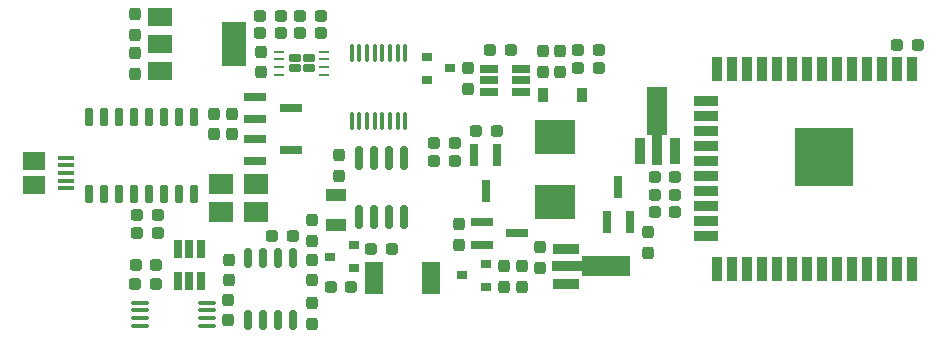
<source format=gbr>
G04 #@! TF.GenerationSoftware,KiCad,Pcbnew,9.0.0*
G04 #@! TF.CreationDate,2025-03-02T20:38:03-08:00*
G04 #@! TF.ProjectId,SuperPower-uC-KiCad,53757065-7250-46f7-9765-722d75432d4b,rev?*
G04 #@! TF.SameCoordinates,Original*
G04 #@! TF.FileFunction,Paste,Top*
G04 #@! TF.FilePolarity,Positive*
%FSLAX46Y46*%
G04 Gerber Fmt 4.6, Leading zero omitted, Abs format (unit mm)*
G04 Created by KiCad (PCBNEW 9.0.0) date 2025-03-02 20:38:03*
%MOMM*%
%LPD*%
G01*
G04 APERTURE LIST*
G04 Aperture macros list*
%AMRoundRect*
0 Rectangle with rounded corners*
0 $1 Rounding radius*
0 $2 $3 $4 $5 $6 $7 $8 $9 X,Y pos of 4 corners*
0 Add a 4 corners polygon primitive as box body*
4,1,4,$2,$3,$4,$5,$6,$7,$8,$9,$2,$3,0*
0 Add four circle primitives for the rounded corners*
1,1,$1+$1,$2,$3*
1,1,$1+$1,$4,$5*
1,1,$1+$1,$6,$7*
1,1,$1+$1,$8,$9*
0 Add four rect primitives between the rounded corners*
20,1,$1+$1,$2,$3,$4,$5,0*
20,1,$1+$1,$4,$5,$6,$7,0*
20,1,$1+$1,$6,$7,$8,$9,0*
20,1,$1+$1,$8,$9,$2,$3,0*%
%AMFreePoly0*
4,1,9,5.362500,-0.866500,1.237500,-0.866500,1.237500,-0.450000,-1.237500,-0.450000,-1.237500,0.450000,1.237500,0.450000,1.237500,0.866500,5.362500,0.866500,5.362500,-0.866500,5.362500,-0.866500,$1*%
G04 Aperture macros list end*
%ADD10R,0.900000X1.200000*%
%ADD11R,1.900000X1.500000*%
%ADD12R,1.350000X0.400000*%
%ADD13R,3.500000X2.950000*%
%ADD14R,1.800000X1.000000*%
%ADD15R,2.100000X1.800000*%
%ADD16R,0.900000X2.000000*%
%ADD17R,2.000000X0.900000*%
%ADD18R,5.000000X5.000000*%
%ADD19FreePoly0,90.000000*%
%ADD20R,0.900000X2.300000*%
%ADD21FreePoly0,0.000000*%
%ADD22R,2.300000X0.900000*%
%ADD23R,1.560000X0.650000*%
%ADD24RoundRect,0.100000X-0.100000X0.637500X-0.100000X-0.637500X0.100000X-0.637500X0.100000X0.637500X0*%
%ADD25R,0.800000X1.900000*%
%ADD26RoundRect,0.150000X0.150000X-0.825000X0.150000X0.825000X-0.150000X0.825000X-0.150000X-0.825000X0*%
%ADD27R,2.000000X1.500000*%
%ADD28R,2.000000X3.800000*%
%ADD29RoundRect,0.150000X0.150000X-0.650000X0.150000X0.650000X-0.150000X0.650000X-0.150000X-0.650000X0*%
%ADD30RoundRect,0.150000X-0.150000X0.675000X-0.150000X-0.675000X0.150000X-0.675000X0.150000X0.675000X0*%
%ADD31RoundRect,0.182500X-0.302500X-0.182500X0.302500X-0.182500X0.302500X0.182500X-0.302500X0.182500X0*%
%ADD32RoundRect,0.062500X-0.387500X-0.062500X0.387500X-0.062500X0.387500X0.062500X-0.387500X0.062500X0*%
%ADD33RoundRect,0.100000X0.637500X0.100000X-0.637500X0.100000X-0.637500X-0.100000X0.637500X-0.100000X0*%
%ADD34R,0.650000X1.560000*%
%ADD35RoundRect,0.237500X-0.287500X-0.237500X0.287500X-0.237500X0.287500X0.237500X-0.287500X0.237500X0*%
%ADD36RoundRect,0.237500X0.237500X-0.287500X0.237500X0.287500X-0.237500X0.287500X-0.237500X-0.287500X0*%
%ADD37RoundRect,0.237500X-0.237500X0.287500X-0.237500X-0.287500X0.237500X-0.287500X0.237500X0.287500X0*%
%ADD38RoundRect,0.237500X0.287500X0.237500X-0.287500X0.237500X-0.287500X-0.237500X0.287500X-0.237500X0*%
%ADD39R,0.900000X0.800000*%
%ADD40R,1.900000X0.800000*%
%ADD41R,1.500000X2.700000*%
G04 APERTURE END LIST*
D10*
X146622500Y-102997000D03*
X149922500Y-102997000D03*
D11*
X103537500Y-108585000D03*
D12*
X106237500Y-109585000D03*
X106237500Y-110235000D03*
X106237500Y-110885000D03*
X106237500Y-108285000D03*
X106237500Y-108935000D03*
D11*
X103537500Y-110585000D03*
D13*
X147701000Y-106564000D03*
X147701000Y-112014000D03*
D14*
X129095500Y-113942500D03*
X129095500Y-111442500D03*
D15*
X122331000Y-112846000D03*
X119431000Y-112846000D03*
X119431000Y-110546000D03*
X122331000Y-110546000D03*
D16*
X177927000Y-117729000D03*
X176657000Y-117729000D03*
X175387000Y-117729000D03*
X174117000Y-117729000D03*
X172847000Y-117729000D03*
X171577000Y-117729000D03*
X170307000Y-117729000D03*
X169037000Y-117729000D03*
X167767000Y-117729000D03*
X166497000Y-117729000D03*
X165227000Y-117729000D03*
X163957000Y-117729000D03*
X162687000Y-117729000D03*
X161417000Y-117729000D03*
D17*
X160417000Y-114944000D03*
X160417000Y-113674000D03*
X160417000Y-112404000D03*
X160417000Y-111134000D03*
X160417000Y-109864000D03*
X160417000Y-108594000D03*
X160417000Y-107324000D03*
X160417000Y-106054000D03*
X160417000Y-104784000D03*
X160417000Y-103514000D03*
D16*
X161417000Y-100729000D03*
X162687000Y-100729000D03*
X163957000Y-100729000D03*
X165227000Y-100729000D03*
X166497000Y-100729000D03*
X167767000Y-100729000D03*
X169037000Y-100729000D03*
X170307000Y-100729000D03*
X171577000Y-100729000D03*
X172847000Y-100729000D03*
X174117000Y-100729000D03*
X175387000Y-100729000D03*
X176657000Y-100729000D03*
X177927000Y-100729000D03*
D18*
X170427000Y-108229000D03*
D19*
X156337000Y-107599500D03*
D20*
X157837000Y-107687000D03*
X154837000Y-107687000D03*
D21*
X148686500Y-117475000D03*
D22*
X148599000Y-118975000D03*
X148599000Y-115975000D03*
D23*
X142113000Y-101729500D03*
X142113000Y-102679500D03*
X142113000Y-100779500D03*
X144813000Y-100779500D03*
X144813000Y-101729500D03*
X144813000Y-102679500D03*
D24*
X134990000Y-105166000D03*
X134340000Y-105166000D03*
X133690000Y-105166000D03*
X133040000Y-105166000D03*
X132390000Y-105166000D03*
X131740000Y-105166000D03*
X131090000Y-105166000D03*
X130440000Y-105166000D03*
X130440000Y-99441000D03*
X131090000Y-99441000D03*
X131740000Y-99441000D03*
X132390000Y-99441000D03*
X133040000Y-99441000D03*
X133690000Y-99441000D03*
X134340000Y-99441000D03*
X134990000Y-99441000D03*
D25*
X141798000Y-111077000D03*
X140848000Y-108077000D03*
X142748000Y-108077000D03*
D26*
X131064000Y-108331000D03*
X132334000Y-108331000D03*
X133604000Y-108331000D03*
X134874000Y-108331000D03*
X134874000Y-113281000D03*
X133604000Y-113281000D03*
X132334000Y-113281000D03*
X131064000Y-113281000D03*
D27*
X114223000Y-96379000D03*
X114223000Y-100979000D03*
X114223000Y-98679000D03*
D28*
X120523000Y-98679000D03*
D29*
X108204000Y-104827000D03*
X109474000Y-104827000D03*
X110744000Y-104827000D03*
X112014000Y-104827000D03*
X113284000Y-104827000D03*
X114554000Y-104827000D03*
X115824000Y-104827000D03*
X117094000Y-104827000D03*
X117094000Y-111327000D03*
X115824000Y-111327000D03*
X114554000Y-111327000D03*
X113284000Y-111327000D03*
X112014000Y-111327000D03*
X110744000Y-111327000D03*
X109474000Y-111327000D03*
X108204000Y-111327000D03*
D30*
X125476000Y-122026500D03*
X124206000Y-122026500D03*
X122936000Y-122026500D03*
X121666000Y-122026500D03*
X121666000Y-116776500D03*
X122936000Y-116776500D03*
X124206000Y-116776500D03*
X125476000Y-116776500D03*
D31*
X126838000Y-100716500D03*
X126838000Y-99816500D03*
X125638000Y-100716500D03*
X125638000Y-99816500D03*
D32*
X128138000Y-99291500D03*
X128138000Y-99941500D03*
X128138000Y-100591500D03*
X128138000Y-101241500D03*
X124338000Y-101241500D03*
X124338000Y-100591500D03*
X124338000Y-99941500D03*
X124338000Y-99291500D03*
D33*
X112512000Y-122514000D03*
X112512000Y-121864000D03*
X112512000Y-121214000D03*
X112512000Y-120564000D03*
X118237000Y-120564000D03*
X118237000Y-121214000D03*
X118237000Y-121864000D03*
X118237000Y-122514000D03*
D34*
X116715500Y-115981500D03*
X115765500Y-115981500D03*
X117665500Y-115981500D03*
X117665500Y-118681500D03*
X116715500Y-118681500D03*
X115765500Y-118681500D03*
D35*
X113891000Y-118935500D03*
X112141000Y-118935500D03*
D36*
X140271500Y-100711000D03*
X140271500Y-102461000D03*
X148082000Y-99264000D03*
X148082000Y-101014000D03*
D37*
X146621500Y-101014000D03*
X146621500Y-99264000D03*
X155575000Y-116318000D03*
X155575000Y-114568000D03*
D36*
X139509500Y-113933000D03*
X139509500Y-115683000D03*
D35*
X139178000Y-108585000D03*
X137428000Y-108585000D03*
X139178000Y-107061000D03*
X137428000Y-107061000D03*
D37*
X127063500Y-118667500D03*
X127063500Y-116917500D03*
D36*
X118808500Y-104549000D03*
X118808500Y-106299000D03*
D37*
X120332500Y-106299000D03*
X120332500Y-104549000D03*
D38*
X132108000Y-116014500D03*
X133858000Y-116014500D03*
D37*
X127063500Y-122336500D03*
X127063500Y-120586500D03*
D35*
X125476000Y-114935000D03*
X123726000Y-114935000D03*
D38*
X126111000Y-96266000D03*
X127861000Y-96266000D03*
X126111000Y-97740000D03*
X127861000Y-97740000D03*
D37*
X120015000Y-122047000D03*
X120015000Y-120297000D03*
D39*
X139827000Y-118237000D03*
X141827000Y-117287000D03*
X141827000Y-119187000D03*
D40*
X144478000Y-114683500D03*
X141478000Y-115633500D03*
X141478000Y-113733500D03*
D25*
X153032500Y-110728500D03*
X153982500Y-113728500D03*
X152082500Y-113728500D03*
D40*
X125301000Y-107632500D03*
X122301000Y-108582500D03*
X122301000Y-106682500D03*
X125301000Y-104079000D03*
X122301000Y-105029000D03*
X122301000Y-103129000D03*
D39*
X128619500Y-116647000D03*
X130619500Y-115697000D03*
X130619500Y-117597000D03*
X138811000Y-100711000D03*
X136811000Y-101661000D03*
X136811000Y-99761000D03*
D38*
X122710000Y-97740000D03*
X124460000Y-97740000D03*
D41*
X137134000Y-118491000D03*
X132334000Y-118491000D03*
D36*
X127063500Y-113552000D03*
X127063500Y-115302000D03*
X112141000Y-99441000D03*
X112141000Y-101191000D03*
D38*
X176657000Y-98742500D03*
X178407000Y-98742500D03*
D35*
X124460000Y-96266000D03*
X122710000Y-96266000D03*
D38*
X156111000Y-112903000D03*
X157861000Y-112903000D03*
X149606000Y-99187000D03*
X151356000Y-99187000D03*
D36*
X143319500Y-117439500D03*
X143319500Y-119189500D03*
D35*
X157847000Y-109932000D03*
X156097000Y-109932000D03*
D37*
X146431000Y-117602000D03*
X146431000Y-115852000D03*
D35*
X143926500Y-99187000D03*
X142176500Y-99187000D03*
D38*
X149606000Y-100661000D03*
X151356000Y-100661000D03*
X156111000Y-111442500D03*
X157861000Y-111442500D03*
D36*
X144907000Y-117439500D03*
X144907000Y-119189500D03*
D38*
X140970000Y-106045000D03*
X142720000Y-106045000D03*
D36*
X129413000Y-108077000D03*
X129413000Y-109827000D03*
D38*
X112268000Y-114617500D03*
X114018000Y-114617500D03*
X112268000Y-113157000D03*
X114018000Y-113157000D03*
D37*
X112141000Y-97889000D03*
X112141000Y-96139000D03*
D35*
X130429000Y-119189500D03*
X128679000Y-119189500D03*
D37*
X120078500Y-118667500D03*
X120078500Y-116917500D03*
X122809000Y-101064000D03*
X122809000Y-99314000D03*
D35*
X113919000Y-117348000D03*
X112169000Y-117348000D03*
M02*

</source>
